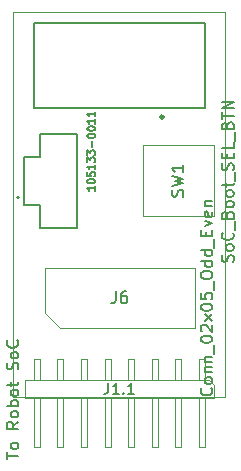
<source format=gbr>
%TF.GenerationSoftware,KiCad,Pcbnew,7.0.7*%
%TF.CreationDate,2023-09-15T20:16:18+02:00*%
%TF.ProjectId,DreameBreakout,44726561-6d65-4427-9265-616b6f75742e,rev?*%
%TF.SameCoordinates,Original*%
%TF.FileFunction,AssemblyDrawing,Top*%
%FSLAX45Y45*%
G04 Gerber Fmt 4.5, Leading zero omitted, Abs format (unit mm)*
G04 Created by KiCad (PCBNEW 7.0.7) date 2023-09-15 20:16:18*
%MOMM*%
%LPD*%
G01*
G04 APERTURE LIST*
%TA.AperFunction,Profile*%
%ADD10C,0.100000*%
%TD*%
%ADD11C,0.150000*%
%ADD12C,0.135000*%
%ADD13C,0.100000*%
%ADD14C,0.127000*%
%ADD15C,0.300000*%
%ADD16C,0.200000*%
G04 APERTURE END LIST*
D10*
X5000000Y-4065500D02*
X6800000Y-4065500D01*
X6800000Y-7332600D01*
X5000000Y-7332600D01*
X5000000Y-4065500D01*
D11*
X6682458Y-7253986D02*
X6687220Y-7258748D01*
X6687220Y-7258748D02*
X6691982Y-7273033D01*
X6691982Y-7273033D02*
X6691982Y-7282557D01*
X6691982Y-7282557D02*
X6687220Y-7296843D01*
X6687220Y-7296843D02*
X6677696Y-7306367D01*
X6677696Y-7306367D02*
X6668172Y-7311129D01*
X6668172Y-7311129D02*
X6649125Y-7315890D01*
X6649125Y-7315890D02*
X6634839Y-7315890D01*
X6634839Y-7315890D02*
X6615791Y-7311129D01*
X6615791Y-7311129D02*
X6606268Y-7306367D01*
X6606268Y-7306367D02*
X6596744Y-7296843D01*
X6596744Y-7296843D02*
X6591982Y-7282557D01*
X6591982Y-7282557D02*
X6591982Y-7273033D01*
X6591982Y-7273033D02*
X6596744Y-7258748D01*
X6596744Y-7258748D02*
X6601506Y-7253986D01*
X6691982Y-7196843D02*
X6687220Y-7206367D01*
X6687220Y-7206367D02*
X6682458Y-7211129D01*
X6682458Y-7211129D02*
X6672934Y-7215890D01*
X6672934Y-7215890D02*
X6644363Y-7215890D01*
X6644363Y-7215890D02*
X6634839Y-7211129D01*
X6634839Y-7211129D02*
X6630077Y-7206367D01*
X6630077Y-7206367D02*
X6625315Y-7196843D01*
X6625315Y-7196843D02*
X6625315Y-7182557D01*
X6625315Y-7182557D02*
X6630077Y-7173033D01*
X6630077Y-7173033D02*
X6634839Y-7168271D01*
X6634839Y-7168271D02*
X6644363Y-7163510D01*
X6644363Y-7163510D02*
X6672934Y-7163510D01*
X6672934Y-7163510D02*
X6682458Y-7168271D01*
X6682458Y-7168271D02*
X6687220Y-7173033D01*
X6687220Y-7173033D02*
X6691982Y-7182557D01*
X6691982Y-7182557D02*
X6691982Y-7196843D01*
X6625315Y-7120652D02*
X6691982Y-7120652D01*
X6634839Y-7120652D02*
X6630077Y-7115890D01*
X6630077Y-7115890D02*
X6625315Y-7106367D01*
X6625315Y-7106367D02*
X6625315Y-7092081D01*
X6625315Y-7092081D02*
X6630077Y-7082557D01*
X6630077Y-7082557D02*
X6639601Y-7077795D01*
X6639601Y-7077795D02*
X6691982Y-7077795D01*
X6625315Y-7030176D02*
X6691982Y-7030176D01*
X6634839Y-7030176D02*
X6630077Y-7025414D01*
X6630077Y-7025414D02*
X6625315Y-7015890D01*
X6625315Y-7015890D02*
X6625315Y-7001605D01*
X6625315Y-7001605D02*
X6630077Y-6992081D01*
X6630077Y-6992081D02*
X6639601Y-6987319D01*
X6639601Y-6987319D02*
X6691982Y-6987319D01*
X6701506Y-6963510D02*
X6701506Y-6887319D01*
X6591982Y-6844462D02*
X6591982Y-6834938D01*
X6591982Y-6834938D02*
X6596744Y-6825414D01*
X6596744Y-6825414D02*
X6601506Y-6820652D01*
X6601506Y-6820652D02*
X6611029Y-6815890D01*
X6611029Y-6815890D02*
X6630077Y-6811129D01*
X6630077Y-6811129D02*
X6653887Y-6811129D01*
X6653887Y-6811129D02*
X6672934Y-6815890D01*
X6672934Y-6815890D02*
X6682458Y-6820652D01*
X6682458Y-6820652D02*
X6687220Y-6825414D01*
X6687220Y-6825414D02*
X6691982Y-6834938D01*
X6691982Y-6834938D02*
X6691982Y-6844462D01*
X6691982Y-6844462D02*
X6687220Y-6853986D01*
X6687220Y-6853986D02*
X6682458Y-6858748D01*
X6682458Y-6858748D02*
X6672934Y-6863509D01*
X6672934Y-6863509D02*
X6653887Y-6868271D01*
X6653887Y-6868271D02*
X6630077Y-6868271D01*
X6630077Y-6868271D02*
X6611029Y-6863509D01*
X6611029Y-6863509D02*
X6601506Y-6858748D01*
X6601506Y-6858748D02*
X6596744Y-6853986D01*
X6596744Y-6853986D02*
X6591982Y-6844462D01*
X6601506Y-6773033D02*
X6596744Y-6768271D01*
X6596744Y-6768271D02*
X6591982Y-6758748D01*
X6591982Y-6758748D02*
X6591982Y-6734938D01*
X6591982Y-6734938D02*
X6596744Y-6725414D01*
X6596744Y-6725414D02*
X6601506Y-6720652D01*
X6601506Y-6720652D02*
X6611029Y-6715890D01*
X6611029Y-6715890D02*
X6620553Y-6715890D01*
X6620553Y-6715890D02*
X6634839Y-6720652D01*
X6634839Y-6720652D02*
X6691982Y-6777795D01*
X6691982Y-6777795D02*
X6691982Y-6715890D01*
X6691982Y-6682557D02*
X6625315Y-6630176D01*
X6625315Y-6682557D02*
X6691982Y-6630176D01*
X6591982Y-6573033D02*
X6591982Y-6563509D01*
X6591982Y-6563509D02*
X6596744Y-6553986D01*
X6596744Y-6553986D02*
X6601506Y-6549224D01*
X6601506Y-6549224D02*
X6611029Y-6544462D01*
X6611029Y-6544462D02*
X6630077Y-6539700D01*
X6630077Y-6539700D02*
X6653887Y-6539700D01*
X6653887Y-6539700D02*
X6672934Y-6544462D01*
X6672934Y-6544462D02*
X6682458Y-6549224D01*
X6682458Y-6549224D02*
X6687220Y-6553986D01*
X6687220Y-6553986D02*
X6691982Y-6563509D01*
X6691982Y-6563509D02*
X6691982Y-6573033D01*
X6691982Y-6573033D02*
X6687220Y-6582557D01*
X6687220Y-6582557D02*
X6682458Y-6587319D01*
X6682458Y-6587319D02*
X6672934Y-6592081D01*
X6672934Y-6592081D02*
X6653887Y-6596843D01*
X6653887Y-6596843D02*
X6630077Y-6596843D01*
X6630077Y-6596843D02*
X6611029Y-6592081D01*
X6611029Y-6592081D02*
X6601506Y-6587319D01*
X6601506Y-6587319D02*
X6596744Y-6582557D01*
X6596744Y-6582557D02*
X6591982Y-6573033D01*
X6591982Y-6449224D02*
X6591982Y-6496843D01*
X6591982Y-6496843D02*
X6639601Y-6501605D01*
X6639601Y-6501605D02*
X6634839Y-6496843D01*
X6634839Y-6496843D02*
X6630077Y-6487319D01*
X6630077Y-6487319D02*
X6630077Y-6463509D01*
X6630077Y-6463509D02*
X6634839Y-6453986D01*
X6634839Y-6453986D02*
X6639601Y-6449224D01*
X6639601Y-6449224D02*
X6649125Y-6444462D01*
X6649125Y-6444462D02*
X6672934Y-6444462D01*
X6672934Y-6444462D02*
X6682458Y-6449224D01*
X6682458Y-6449224D02*
X6687220Y-6453986D01*
X6687220Y-6453986D02*
X6691982Y-6463509D01*
X6691982Y-6463509D02*
X6691982Y-6487319D01*
X6691982Y-6487319D02*
X6687220Y-6496843D01*
X6687220Y-6496843D02*
X6682458Y-6501605D01*
X6701506Y-6425414D02*
X6701506Y-6349224D01*
X6591982Y-6306367D02*
X6591982Y-6287319D01*
X6591982Y-6287319D02*
X6596744Y-6277795D01*
X6596744Y-6277795D02*
X6606268Y-6268271D01*
X6606268Y-6268271D02*
X6625315Y-6263509D01*
X6625315Y-6263509D02*
X6658648Y-6263509D01*
X6658648Y-6263509D02*
X6677696Y-6268271D01*
X6677696Y-6268271D02*
X6687220Y-6277795D01*
X6687220Y-6277795D02*
X6691982Y-6287319D01*
X6691982Y-6287319D02*
X6691982Y-6306367D01*
X6691982Y-6306367D02*
X6687220Y-6315890D01*
X6687220Y-6315890D02*
X6677696Y-6325414D01*
X6677696Y-6325414D02*
X6658648Y-6330176D01*
X6658648Y-6330176D02*
X6625315Y-6330176D01*
X6625315Y-6330176D02*
X6606268Y-6325414D01*
X6606268Y-6325414D02*
X6596744Y-6315890D01*
X6596744Y-6315890D02*
X6591982Y-6306367D01*
X6691982Y-6177795D02*
X6591982Y-6177795D01*
X6687220Y-6177795D02*
X6691982Y-6187319D01*
X6691982Y-6187319D02*
X6691982Y-6206367D01*
X6691982Y-6206367D02*
X6687220Y-6215890D01*
X6687220Y-6215890D02*
X6682458Y-6220652D01*
X6682458Y-6220652D02*
X6672934Y-6225414D01*
X6672934Y-6225414D02*
X6644363Y-6225414D01*
X6644363Y-6225414D02*
X6634839Y-6220652D01*
X6634839Y-6220652D02*
X6630077Y-6215890D01*
X6630077Y-6215890D02*
X6625315Y-6206367D01*
X6625315Y-6206367D02*
X6625315Y-6187319D01*
X6625315Y-6187319D02*
X6630077Y-6177795D01*
X6691982Y-6087319D02*
X6591982Y-6087319D01*
X6687220Y-6087319D02*
X6691982Y-6096843D01*
X6691982Y-6096843D02*
X6691982Y-6115890D01*
X6691982Y-6115890D02*
X6687220Y-6125414D01*
X6687220Y-6125414D02*
X6682458Y-6130176D01*
X6682458Y-6130176D02*
X6672934Y-6134938D01*
X6672934Y-6134938D02*
X6644363Y-6134938D01*
X6644363Y-6134938D02*
X6634839Y-6130176D01*
X6634839Y-6130176D02*
X6630077Y-6125414D01*
X6630077Y-6125414D02*
X6625315Y-6115890D01*
X6625315Y-6115890D02*
X6625315Y-6096843D01*
X6625315Y-6096843D02*
X6630077Y-6087319D01*
X6701506Y-6063509D02*
X6701506Y-5987319D01*
X6639601Y-5963509D02*
X6639601Y-5930176D01*
X6691982Y-5915890D02*
X6691982Y-5963509D01*
X6691982Y-5963509D02*
X6591982Y-5963509D01*
X6591982Y-5963509D02*
X6591982Y-5915890D01*
X6625315Y-5882557D02*
X6691982Y-5858747D01*
X6691982Y-5858747D02*
X6625315Y-5834938D01*
X6687220Y-5758747D02*
X6691982Y-5768271D01*
X6691982Y-5768271D02*
X6691982Y-5787319D01*
X6691982Y-5787319D02*
X6687220Y-5796843D01*
X6687220Y-5796843D02*
X6677696Y-5801605D01*
X6677696Y-5801605D02*
X6639601Y-5801605D01*
X6639601Y-5801605D02*
X6630077Y-5796843D01*
X6630077Y-5796843D02*
X6625315Y-5787319D01*
X6625315Y-5787319D02*
X6625315Y-5768271D01*
X6625315Y-5768271D02*
X6630077Y-5758747D01*
X6630077Y-5758747D02*
X6639601Y-5753986D01*
X6639601Y-5753986D02*
X6649125Y-5753986D01*
X6649125Y-5753986D02*
X6658648Y-5801605D01*
X6625315Y-5711128D02*
X6691982Y-5711128D01*
X6634839Y-5711128D02*
X6630077Y-5706366D01*
X6630077Y-5706366D02*
X6625315Y-5696843D01*
X6625315Y-5696843D02*
X6625315Y-5682557D01*
X6625315Y-5682557D02*
X6630077Y-5673033D01*
X6630077Y-5673033D02*
X6639601Y-5668271D01*
X6639601Y-5668271D02*
X6691982Y-5668271D01*
X5872167Y-6435182D02*
X5872167Y-6506610D01*
X5872167Y-6506610D02*
X5867405Y-6520896D01*
X5867405Y-6520896D02*
X5857881Y-6530420D01*
X5857881Y-6530420D02*
X5843595Y-6535182D01*
X5843595Y-6535182D02*
X5834071Y-6535182D01*
X5962643Y-6435182D02*
X5943595Y-6435182D01*
X5943595Y-6435182D02*
X5934071Y-6439944D01*
X5934071Y-6439944D02*
X5929309Y-6444706D01*
X5929309Y-6444706D02*
X5919786Y-6458991D01*
X5919786Y-6458991D02*
X5915024Y-6478039D01*
X5915024Y-6478039D02*
X5915024Y-6516134D01*
X5915024Y-6516134D02*
X5919786Y-6525658D01*
X5919786Y-6525658D02*
X5924548Y-6530420D01*
X5924548Y-6530420D02*
X5934071Y-6535182D01*
X5934071Y-6535182D02*
X5953119Y-6535182D01*
X5953119Y-6535182D02*
X5962643Y-6530420D01*
X5962643Y-6530420D02*
X5967405Y-6525658D01*
X5967405Y-6525658D02*
X5972167Y-6516134D01*
X5972167Y-6516134D02*
X5972167Y-6492325D01*
X5972167Y-6492325D02*
X5967405Y-6482801D01*
X5967405Y-6482801D02*
X5962643Y-6478039D01*
X5962643Y-6478039D02*
X5953119Y-6473277D01*
X5953119Y-6473277D02*
X5934071Y-6473277D01*
X5934071Y-6473277D02*
X5924548Y-6478039D01*
X5924548Y-6478039D02*
X5919786Y-6482801D01*
X5919786Y-6482801D02*
X5915024Y-6492325D01*
X4949382Y-7852943D02*
X4949382Y-7795800D01*
X5049382Y-7824371D02*
X4949382Y-7824371D01*
X5049382Y-7748181D02*
X5044620Y-7757705D01*
X5044620Y-7757705D02*
X5039858Y-7762467D01*
X5039858Y-7762467D02*
X5030334Y-7767228D01*
X5030334Y-7767228D02*
X5001763Y-7767228D01*
X5001763Y-7767228D02*
X4992239Y-7762467D01*
X4992239Y-7762467D02*
X4987477Y-7757705D01*
X4987477Y-7757705D02*
X4982715Y-7748181D01*
X4982715Y-7748181D02*
X4982715Y-7733895D01*
X4982715Y-7733895D02*
X4987477Y-7724371D01*
X4987477Y-7724371D02*
X4992239Y-7719609D01*
X4992239Y-7719609D02*
X5001763Y-7714848D01*
X5001763Y-7714848D02*
X5030334Y-7714848D01*
X5030334Y-7714848D02*
X5039858Y-7719609D01*
X5039858Y-7719609D02*
X5044620Y-7724371D01*
X5044620Y-7724371D02*
X5049382Y-7733895D01*
X5049382Y-7733895D02*
X5049382Y-7748181D01*
X5049382Y-7538657D02*
X5001763Y-7571990D01*
X5049382Y-7595800D02*
X4949382Y-7595800D01*
X4949382Y-7595800D02*
X4949382Y-7557705D01*
X4949382Y-7557705D02*
X4954144Y-7548181D01*
X4954144Y-7548181D02*
X4958906Y-7543419D01*
X4958906Y-7543419D02*
X4968430Y-7538657D01*
X4968430Y-7538657D02*
X4982715Y-7538657D01*
X4982715Y-7538657D02*
X4992239Y-7543419D01*
X4992239Y-7543419D02*
X4997001Y-7548181D01*
X4997001Y-7548181D02*
X5001763Y-7557705D01*
X5001763Y-7557705D02*
X5001763Y-7595800D01*
X5049382Y-7481514D02*
X5044620Y-7491038D01*
X5044620Y-7491038D02*
X5039858Y-7495800D01*
X5039858Y-7495800D02*
X5030334Y-7500562D01*
X5030334Y-7500562D02*
X5001763Y-7500562D01*
X5001763Y-7500562D02*
X4992239Y-7495800D01*
X4992239Y-7495800D02*
X4987477Y-7491038D01*
X4987477Y-7491038D02*
X4982715Y-7481514D01*
X4982715Y-7481514D02*
X4982715Y-7467228D01*
X4982715Y-7467228D02*
X4987477Y-7457705D01*
X4987477Y-7457705D02*
X4992239Y-7452943D01*
X4992239Y-7452943D02*
X5001763Y-7448181D01*
X5001763Y-7448181D02*
X5030334Y-7448181D01*
X5030334Y-7448181D02*
X5039858Y-7452943D01*
X5039858Y-7452943D02*
X5044620Y-7457705D01*
X5044620Y-7457705D02*
X5049382Y-7467228D01*
X5049382Y-7467228D02*
X5049382Y-7481514D01*
X5049382Y-7405324D02*
X4949382Y-7405324D01*
X4987477Y-7405324D02*
X4982715Y-7395800D01*
X4982715Y-7395800D02*
X4982715Y-7376752D01*
X4982715Y-7376752D02*
X4987477Y-7367228D01*
X4987477Y-7367228D02*
X4992239Y-7362467D01*
X4992239Y-7362467D02*
X5001763Y-7357705D01*
X5001763Y-7357705D02*
X5030334Y-7357705D01*
X5030334Y-7357705D02*
X5039858Y-7362467D01*
X5039858Y-7362467D02*
X5044620Y-7367228D01*
X5044620Y-7367228D02*
X5049382Y-7376752D01*
X5049382Y-7376752D02*
X5049382Y-7395800D01*
X5049382Y-7395800D02*
X5044620Y-7405324D01*
X5049382Y-7300562D02*
X5044620Y-7310086D01*
X5044620Y-7310086D02*
X5039858Y-7314847D01*
X5039858Y-7314847D02*
X5030334Y-7319609D01*
X5030334Y-7319609D02*
X5001763Y-7319609D01*
X5001763Y-7319609D02*
X4992239Y-7314847D01*
X4992239Y-7314847D02*
X4987477Y-7310086D01*
X4987477Y-7310086D02*
X4982715Y-7300562D01*
X4982715Y-7300562D02*
X4982715Y-7286276D01*
X4982715Y-7286276D02*
X4987477Y-7276752D01*
X4987477Y-7276752D02*
X4992239Y-7271990D01*
X4992239Y-7271990D02*
X5001763Y-7267228D01*
X5001763Y-7267228D02*
X5030334Y-7267228D01*
X5030334Y-7267228D02*
X5039858Y-7271990D01*
X5039858Y-7271990D02*
X5044620Y-7276752D01*
X5044620Y-7276752D02*
X5049382Y-7286276D01*
X5049382Y-7286276D02*
X5049382Y-7300562D01*
X4982715Y-7238657D02*
X4982715Y-7200562D01*
X4949382Y-7224371D02*
X5035096Y-7224371D01*
X5035096Y-7224371D02*
X5044620Y-7219609D01*
X5044620Y-7219609D02*
X5049382Y-7210086D01*
X5049382Y-7210086D02*
X5049382Y-7200562D01*
X5044620Y-7095800D02*
X5049382Y-7081514D01*
X5049382Y-7081514D02*
X5049382Y-7057705D01*
X5049382Y-7057705D02*
X5044620Y-7048181D01*
X5044620Y-7048181D02*
X5039858Y-7043419D01*
X5039858Y-7043419D02*
X5030334Y-7038657D01*
X5030334Y-7038657D02*
X5020810Y-7038657D01*
X5020810Y-7038657D02*
X5011287Y-7043419D01*
X5011287Y-7043419D02*
X5006525Y-7048181D01*
X5006525Y-7048181D02*
X5001763Y-7057705D01*
X5001763Y-7057705D02*
X4997001Y-7076752D01*
X4997001Y-7076752D02*
X4992239Y-7086276D01*
X4992239Y-7086276D02*
X4987477Y-7091038D01*
X4987477Y-7091038D02*
X4977953Y-7095800D01*
X4977953Y-7095800D02*
X4968430Y-7095800D01*
X4968430Y-7095800D02*
X4958906Y-7091038D01*
X4958906Y-7091038D02*
X4954144Y-7086276D01*
X4954144Y-7086276D02*
X4949382Y-7076752D01*
X4949382Y-7076752D02*
X4949382Y-7052943D01*
X4949382Y-7052943D02*
X4954144Y-7038657D01*
X5049382Y-6981514D02*
X5044620Y-6991038D01*
X5044620Y-6991038D02*
X5039858Y-6995800D01*
X5039858Y-6995800D02*
X5030334Y-7000562D01*
X5030334Y-7000562D02*
X5001763Y-7000562D01*
X5001763Y-7000562D02*
X4992239Y-6995800D01*
X4992239Y-6995800D02*
X4987477Y-6991038D01*
X4987477Y-6991038D02*
X4982715Y-6981514D01*
X4982715Y-6981514D02*
X4982715Y-6967228D01*
X4982715Y-6967228D02*
X4987477Y-6957705D01*
X4987477Y-6957705D02*
X4992239Y-6952943D01*
X4992239Y-6952943D02*
X5001763Y-6948181D01*
X5001763Y-6948181D02*
X5030334Y-6948181D01*
X5030334Y-6948181D02*
X5039858Y-6952943D01*
X5039858Y-6952943D02*
X5044620Y-6957705D01*
X5044620Y-6957705D02*
X5049382Y-6967228D01*
X5049382Y-6967228D02*
X5049382Y-6981514D01*
X5039858Y-6848181D02*
X5044620Y-6852943D01*
X5044620Y-6852943D02*
X5049382Y-6867228D01*
X5049382Y-6867228D02*
X5049382Y-6876752D01*
X5049382Y-6876752D02*
X5044620Y-6891038D01*
X5044620Y-6891038D02*
X5035096Y-6900562D01*
X5035096Y-6900562D02*
X5025572Y-6905324D01*
X5025572Y-6905324D02*
X5006525Y-6910085D01*
X5006525Y-6910085D02*
X4992239Y-6910085D01*
X4992239Y-6910085D02*
X4973191Y-6905324D01*
X4973191Y-6905324D02*
X4963668Y-6900562D01*
X4963668Y-6900562D02*
X4954144Y-6891038D01*
X4954144Y-6891038D02*
X4949382Y-6876752D01*
X4949382Y-6876752D02*
X4949382Y-6867228D01*
X4949382Y-6867228D02*
X4954144Y-6852943D01*
X4954144Y-6852943D02*
X4958906Y-6848181D01*
D12*
X5809614Y-7211734D02*
X5809614Y-7276019D01*
X5809614Y-7276019D02*
X5805329Y-7288876D01*
X5805329Y-7288876D02*
X5796757Y-7297448D01*
X5796757Y-7297448D02*
X5783900Y-7301734D01*
X5783900Y-7301734D02*
X5775329Y-7301734D01*
X5899614Y-7301734D02*
X5848186Y-7301734D01*
X5873900Y-7301734D02*
X5873900Y-7211734D01*
X5873900Y-7211734D02*
X5865329Y-7224591D01*
X5865329Y-7224591D02*
X5856757Y-7233162D01*
X5856757Y-7233162D02*
X5848186Y-7237448D01*
X5938186Y-7293162D02*
X5942471Y-7297448D01*
X5942471Y-7297448D02*
X5938186Y-7301734D01*
X5938186Y-7301734D02*
X5933900Y-7297448D01*
X5933900Y-7297448D02*
X5938186Y-7293162D01*
X5938186Y-7293162D02*
X5938186Y-7301734D01*
X6028186Y-7301734D02*
X5976757Y-7301734D01*
X6002471Y-7301734D02*
X6002471Y-7211734D01*
X6002471Y-7211734D02*
X5993900Y-7224591D01*
X5993900Y-7224591D02*
X5985328Y-7233162D01*
X5985328Y-7233162D02*
X5976757Y-7237448D01*
D11*
X5696598Y-5544301D02*
X5696598Y-5580894D01*
X5696598Y-5562598D02*
X5632560Y-5562598D01*
X5632560Y-5562598D02*
X5641708Y-5568696D01*
X5641708Y-5568696D02*
X5647807Y-5574795D01*
X5647807Y-5574795D02*
X5650857Y-5580894D01*
X5632560Y-5504658D02*
X5632560Y-5498559D01*
X5632560Y-5498559D02*
X5635609Y-5492461D01*
X5635609Y-5492461D02*
X5638659Y-5489411D01*
X5638659Y-5489411D02*
X5644758Y-5486362D01*
X5644758Y-5486362D02*
X5656955Y-5483312D01*
X5656955Y-5483312D02*
X5672203Y-5483312D01*
X5672203Y-5483312D02*
X5684400Y-5486362D01*
X5684400Y-5486362D02*
X5690499Y-5489411D01*
X5690499Y-5489411D02*
X5693549Y-5492461D01*
X5693549Y-5492461D02*
X5696598Y-5498559D01*
X5696598Y-5498559D02*
X5696598Y-5504658D01*
X5696598Y-5504658D02*
X5693549Y-5510757D01*
X5693549Y-5510757D02*
X5690499Y-5513807D01*
X5690499Y-5513807D02*
X5684400Y-5516856D01*
X5684400Y-5516856D02*
X5672203Y-5519905D01*
X5672203Y-5519905D02*
X5656955Y-5519905D01*
X5656955Y-5519905D02*
X5644758Y-5516856D01*
X5644758Y-5516856D02*
X5638659Y-5513807D01*
X5638659Y-5513807D02*
X5635609Y-5510757D01*
X5635609Y-5510757D02*
X5632560Y-5504658D01*
X5632560Y-5425373D02*
X5632560Y-5455867D01*
X5632560Y-5455867D02*
X5663054Y-5458917D01*
X5663054Y-5458917D02*
X5660005Y-5455867D01*
X5660005Y-5455867D02*
X5656955Y-5449769D01*
X5656955Y-5449769D02*
X5656955Y-5434521D01*
X5656955Y-5434521D02*
X5660005Y-5428423D01*
X5660005Y-5428423D02*
X5663054Y-5425373D01*
X5663054Y-5425373D02*
X5669153Y-5422324D01*
X5669153Y-5422324D02*
X5684400Y-5422324D01*
X5684400Y-5422324D02*
X5690499Y-5425373D01*
X5690499Y-5425373D02*
X5693549Y-5428423D01*
X5693549Y-5428423D02*
X5696598Y-5434521D01*
X5696598Y-5434521D02*
X5696598Y-5449769D01*
X5696598Y-5449769D02*
X5693549Y-5455867D01*
X5693549Y-5455867D02*
X5690499Y-5458917D01*
X5696598Y-5361335D02*
X5696598Y-5397928D01*
X5696598Y-5379632D02*
X5632560Y-5379632D01*
X5632560Y-5379632D02*
X5641708Y-5385731D01*
X5641708Y-5385731D02*
X5647807Y-5391829D01*
X5647807Y-5391829D02*
X5650857Y-5397928D01*
X5632560Y-5339989D02*
X5632560Y-5300347D01*
X5632560Y-5300347D02*
X5656955Y-5321693D01*
X5656955Y-5321693D02*
X5656955Y-5312544D01*
X5656955Y-5312544D02*
X5660005Y-5306445D01*
X5660005Y-5306445D02*
X5663054Y-5303396D01*
X5663054Y-5303396D02*
X5669153Y-5300347D01*
X5669153Y-5300347D02*
X5684400Y-5300347D01*
X5684400Y-5300347D02*
X5690499Y-5303396D01*
X5690499Y-5303396D02*
X5693549Y-5306445D01*
X5693549Y-5306445D02*
X5696598Y-5312544D01*
X5696598Y-5312544D02*
X5696598Y-5330841D01*
X5696598Y-5330841D02*
X5693549Y-5336940D01*
X5693549Y-5336940D02*
X5690499Y-5339989D01*
X5632560Y-5279001D02*
X5632560Y-5239358D01*
X5632560Y-5239358D02*
X5656955Y-5260704D01*
X5656955Y-5260704D02*
X5656955Y-5251556D01*
X5656955Y-5251556D02*
X5660005Y-5245457D01*
X5660005Y-5245457D02*
X5663054Y-5242407D01*
X5663054Y-5242407D02*
X5669153Y-5239358D01*
X5669153Y-5239358D02*
X5684400Y-5239358D01*
X5684400Y-5239358D02*
X5690499Y-5242407D01*
X5690499Y-5242407D02*
X5693549Y-5245457D01*
X5693549Y-5245457D02*
X5696598Y-5251556D01*
X5696598Y-5251556D02*
X5696598Y-5269852D01*
X5696598Y-5269852D02*
X5693549Y-5275951D01*
X5693549Y-5275951D02*
X5690499Y-5279001D01*
X5672203Y-5211913D02*
X5672203Y-5163122D01*
X5632560Y-5120430D02*
X5632560Y-5114331D01*
X5632560Y-5114331D02*
X5635609Y-5108233D01*
X5635609Y-5108233D02*
X5638659Y-5105183D01*
X5638659Y-5105183D02*
X5644758Y-5102134D01*
X5644758Y-5102134D02*
X5656955Y-5099084D01*
X5656955Y-5099084D02*
X5672203Y-5099084D01*
X5672203Y-5099084D02*
X5684400Y-5102134D01*
X5684400Y-5102134D02*
X5690499Y-5105183D01*
X5690499Y-5105183D02*
X5693549Y-5108233D01*
X5693549Y-5108233D02*
X5696598Y-5114331D01*
X5696598Y-5114331D02*
X5696598Y-5120430D01*
X5696598Y-5120430D02*
X5693549Y-5126529D01*
X5693549Y-5126529D02*
X5690499Y-5129579D01*
X5690499Y-5129579D02*
X5684400Y-5132628D01*
X5684400Y-5132628D02*
X5672203Y-5135677D01*
X5672203Y-5135677D02*
X5656955Y-5135677D01*
X5656955Y-5135677D02*
X5644758Y-5132628D01*
X5644758Y-5132628D02*
X5638659Y-5129579D01*
X5638659Y-5129579D02*
X5635609Y-5126529D01*
X5635609Y-5126529D02*
X5632560Y-5120430D01*
X5632560Y-5059442D02*
X5632560Y-5053343D01*
X5632560Y-5053343D02*
X5635609Y-5047244D01*
X5635609Y-5047244D02*
X5638659Y-5044195D01*
X5638659Y-5044195D02*
X5644758Y-5041145D01*
X5644758Y-5041145D02*
X5656955Y-5038096D01*
X5656955Y-5038096D02*
X5672203Y-5038096D01*
X5672203Y-5038096D02*
X5684400Y-5041145D01*
X5684400Y-5041145D02*
X5690499Y-5044195D01*
X5690499Y-5044195D02*
X5693549Y-5047244D01*
X5693549Y-5047244D02*
X5696598Y-5053343D01*
X5696598Y-5053343D02*
X5696598Y-5059442D01*
X5696598Y-5059442D02*
X5693549Y-5065541D01*
X5693549Y-5065541D02*
X5690499Y-5068590D01*
X5690499Y-5068590D02*
X5684400Y-5071639D01*
X5684400Y-5071639D02*
X5672203Y-5074689D01*
X5672203Y-5074689D02*
X5656955Y-5074689D01*
X5656955Y-5074689D02*
X5644758Y-5071639D01*
X5644758Y-5071639D02*
X5638659Y-5068590D01*
X5638659Y-5068590D02*
X5635609Y-5065541D01*
X5635609Y-5065541D02*
X5632560Y-5059442D01*
X5696598Y-4977107D02*
X5696598Y-5013700D01*
X5696598Y-4995404D02*
X5632560Y-4995404D01*
X5632560Y-4995404D02*
X5641708Y-5001502D01*
X5641708Y-5001502D02*
X5647807Y-5007601D01*
X5647807Y-5007601D02*
X5650857Y-5013700D01*
X5696598Y-4916118D02*
X5696598Y-4952712D01*
X5696598Y-4934415D02*
X5632560Y-4934415D01*
X5632560Y-4934415D02*
X5641708Y-4940514D01*
X5641708Y-4940514D02*
X5647807Y-4946613D01*
X5647807Y-4946613D02*
X5650857Y-4952712D01*
X6866520Y-6185052D02*
X6871282Y-6170767D01*
X6871282Y-6170767D02*
X6871282Y-6146957D01*
X6871282Y-6146957D02*
X6866520Y-6137433D01*
X6866520Y-6137433D02*
X6861758Y-6132671D01*
X6861758Y-6132671D02*
X6852234Y-6127910D01*
X6852234Y-6127910D02*
X6842710Y-6127910D01*
X6842710Y-6127910D02*
X6833187Y-6132671D01*
X6833187Y-6132671D02*
X6828425Y-6137433D01*
X6828425Y-6137433D02*
X6823663Y-6146957D01*
X6823663Y-6146957D02*
X6818901Y-6166005D01*
X6818901Y-6166005D02*
X6814139Y-6175529D01*
X6814139Y-6175529D02*
X6809377Y-6180290D01*
X6809377Y-6180290D02*
X6799853Y-6185052D01*
X6799853Y-6185052D02*
X6790329Y-6185052D01*
X6790329Y-6185052D02*
X6780806Y-6180290D01*
X6780806Y-6180290D02*
X6776044Y-6175529D01*
X6776044Y-6175529D02*
X6771282Y-6166005D01*
X6771282Y-6166005D02*
X6771282Y-6142195D01*
X6771282Y-6142195D02*
X6776044Y-6127910D01*
X6871282Y-6070767D02*
X6866520Y-6080290D01*
X6866520Y-6080290D02*
X6861758Y-6085052D01*
X6861758Y-6085052D02*
X6852234Y-6089814D01*
X6852234Y-6089814D02*
X6823663Y-6089814D01*
X6823663Y-6089814D02*
X6814139Y-6085052D01*
X6814139Y-6085052D02*
X6809377Y-6080290D01*
X6809377Y-6080290D02*
X6804615Y-6070767D01*
X6804615Y-6070767D02*
X6804615Y-6056481D01*
X6804615Y-6056481D02*
X6809377Y-6046957D01*
X6809377Y-6046957D02*
X6814139Y-6042195D01*
X6814139Y-6042195D02*
X6823663Y-6037433D01*
X6823663Y-6037433D02*
X6852234Y-6037433D01*
X6852234Y-6037433D02*
X6861758Y-6042195D01*
X6861758Y-6042195D02*
X6866520Y-6046957D01*
X6866520Y-6046957D02*
X6871282Y-6056481D01*
X6871282Y-6056481D02*
X6871282Y-6070767D01*
X6861758Y-5937433D02*
X6866520Y-5942195D01*
X6866520Y-5942195D02*
X6871282Y-5956481D01*
X6871282Y-5956481D02*
X6871282Y-5966005D01*
X6871282Y-5966005D02*
X6866520Y-5980290D01*
X6866520Y-5980290D02*
X6856996Y-5989814D01*
X6856996Y-5989814D02*
X6847472Y-5994576D01*
X6847472Y-5994576D02*
X6828425Y-5999338D01*
X6828425Y-5999338D02*
X6814139Y-5999338D01*
X6814139Y-5999338D02*
X6795091Y-5994576D01*
X6795091Y-5994576D02*
X6785568Y-5989814D01*
X6785568Y-5989814D02*
X6776044Y-5980290D01*
X6776044Y-5980290D02*
X6771282Y-5966005D01*
X6771282Y-5966005D02*
X6771282Y-5956481D01*
X6771282Y-5956481D02*
X6776044Y-5942195D01*
X6776044Y-5942195D02*
X6780806Y-5937433D01*
X6880806Y-5918386D02*
X6880806Y-5842195D01*
X6818901Y-5785052D02*
X6823663Y-5770767D01*
X6823663Y-5770767D02*
X6828425Y-5766005D01*
X6828425Y-5766005D02*
X6837948Y-5761243D01*
X6837948Y-5761243D02*
X6852234Y-5761243D01*
X6852234Y-5761243D02*
X6861758Y-5766005D01*
X6861758Y-5766005D02*
X6866520Y-5770767D01*
X6866520Y-5770767D02*
X6871282Y-5780290D01*
X6871282Y-5780290D02*
X6871282Y-5818386D01*
X6871282Y-5818386D02*
X6771282Y-5818386D01*
X6771282Y-5818386D02*
X6771282Y-5785052D01*
X6771282Y-5785052D02*
X6776044Y-5775529D01*
X6776044Y-5775529D02*
X6780806Y-5770767D01*
X6780806Y-5770767D02*
X6790329Y-5766005D01*
X6790329Y-5766005D02*
X6799853Y-5766005D01*
X6799853Y-5766005D02*
X6809377Y-5770767D01*
X6809377Y-5770767D02*
X6814139Y-5775529D01*
X6814139Y-5775529D02*
X6818901Y-5785052D01*
X6818901Y-5785052D02*
X6818901Y-5818386D01*
X6871282Y-5704100D02*
X6866520Y-5713624D01*
X6866520Y-5713624D02*
X6861758Y-5718386D01*
X6861758Y-5718386D02*
X6852234Y-5723148D01*
X6852234Y-5723148D02*
X6823663Y-5723148D01*
X6823663Y-5723148D02*
X6814139Y-5718386D01*
X6814139Y-5718386D02*
X6809377Y-5713624D01*
X6809377Y-5713624D02*
X6804615Y-5704100D01*
X6804615Y-5704100D02*
X6804615Y-5689814D01*
X6804615Y-5689814D02*
X6809377Y-5680290D01*
X6809377Y-5680290D02*
X6814139Y-5675529D01*
X6814139Y-5675529D02*
X6823663Y-5670767D01*
X6823663Y-5670767D02*
X6852234Y-5670767D01*
X6852234Y-5670767D02*
X6861758Y-5675529D01*
X6861758Y-5675529D02*
X6866520Y-5680290D01*
X6866520Y-5680290D02*
X6871282Y-5689814D01*
X6871282Y-5689814D02*
X6871282Y-5704100D01*
X6871282Y-5613624D02*
X6866520Y-5623148D01*
X6866520Y-5623148D02*
X6861758Y-5627909D01*
X6861758Y-5627909D02*
X6852234Y-5632671D01*
X6852234Y-5632671D02*
X6823663Y-5632671D01*
X6823663Y-5632671D02*
X6814139Y-5627909D01*
X6814139Y-5627909D02*
X6809377Y-5623148D01*
X6809377Y-5623148D02*
X6804615Y-5613624D01*
X6804615Y-5613624D02*
X6804615Y-5599338D01*
X6804615Y-5599338D02*
X6809377Y-5589814D01*
X6809377Y-5589814D02*
X6814139Y-5585052D01*
X6814139Y-5585052D02*
X6823663Y-5580291D01*
X6823663Y-5580291D02*
X6852234Y-5580291D01*
X6852234Y-5580291D02*
X6861758Y-5585052D01*
X6861758Y-5585052D02*
X6866520Y-5589814D01*
X6866520Y-5589814D02*
X6871282Y-5599338D01*
X6871282Y-5599338D02*
X6871282Y-5613624D01*
X6804615Y-5551719D02*
X6804615Y-5513624D01*
X6771282Y-5537433D02*
X6856996Y-5537433D01*
X6856996Y-5537433D02*
X6866520Y-5532671D01*
X6866520Y-5532671D02*
X6871282Y-5523148D01*
X6871282Y-5523148D02*
X6871282Y-5513624D01*
X6880806Y-5504100D02*
X6880806Y-5427910D01*
X6866520Y-5408862D02*
X6871282Y-5394576D01*
X6871282Y-5394576D02*
X6871282Y-5370767D01*
X6871282Y-5370767D02*
X6866520Y-5361243D01*
X6866520Y-5361243D02*
X6861758Y-5356481D01*
X6861758Y-5356481D02*
X6852234Y-5351719D01*
X6852234Y-5351719D02*
X6842710Y-5351719D01*
X6842710Y-5351719D02*
X6833187Y-5356481D01*
X6833187Y-5356481D02*
X6828425Y-5361243D01*
X6828425Y-5361243D02*
X6823663Y-5370767D01*
X6823663Y-5370767D02*
X6818901Y-5389814D01*
X6818901Y-5389814D02*
X6814139Y-5399338D01*
X6814139Y-5399338D02*
X6809377Y-5404100D01*
X6809377Y-5404100D02*
X6799853Y-5408862D01*
X6799853Y-5408862D02*
X6790329Y-5408862D01*
X6790329Y-5408862D02*
X6780806Y-5404100D01*
X6780806Y-5404100D02*
X6776044Y-5399338D01*
X6776044Y-5399338D02*
X6771282Y-5389814D01*
X6771282Y-5389814D02*
X6771282Y-5366005D01*
X6771282Y-5366005D02*
X6776044Y-5351719D01*
X6818901Y-5308862D02*
X6818901Y-5275529D01*
X6871282Y-5261243D02*
X6871282Y-5308862D01*
X6871282Y-5308862D02*
X6771282Y-5308862D01*
X6771282Y-5308862D02*
X6771282Y-5261243D01*
X6871282Y-5170767D02*
X6871282Y-5218386D01*
X6871282Y-5218386D02*
X6771282Y-5218386D01*
X6880806Y-5161243D02*
X6880806Y-5085052D01*
X6818901Y-5027909D02*
X6823663Y-5013624D01*
X6823663Y-5013624D02*
X6828425Y-5008862D01*
X6828425Y-5008862D02*
X6837948Y-5004100D01*
X6837948Y-5004100D02*
X6852234Y-5004100D01*
X6852234Y-5004100D02*
X6861758Y-5008862D01*
X6861758Y-5008862D02*
X6866520Y-5013624D01*
X6866520Y-5013624D02*
X6871282Y-5023148D01*
X6871282Y-5023148D02*
X6871282Y-5061243D01*
X6871282Y-5061243D02*
X6771282Y-5061243D01*
X6771282Y-5061243D02*
X6771282Y-5027909D01*
X6771282Y-5027909D02*
X6776044Y-5018386D01*
X6776044Y-5018386D02*
X6780806Y-5013624D01*
X6780806Y-5013624D02*
X6790329Y-5008862D01*
X6790329Y-5008862D02*
X6799853Y-5008862D01*
X6799853Y-5008862D02*
X6809377Y-5013624D01*
X6809377Y-5013624D02*
X6814139Y-5018386D01*
X6814139Y-5018386D02*
X6818901Y-5027909D01*
X6818901Y-5027909D02*
X6818901Y-5061243D01*
X6771282Y-4975528D02*
X6771282Y-4918386D01*
X6871282Y-4946957D02*
X6771282Y-4946957D01*
X6871282Y-4885052D02*
X6771282Y-4885052D01*
X6771282Y-4885052D02*
X6871282Y-4827909D01*
X6871282Y-4827909D02*
X6771282Y-4827909D01*
X6441520Y-5632433D02*
X6446282Y-5618147D01*
X6446282Y-5618147D02*
X6446282Y-5594338D01*
X6446282Y-5594338D02*
X6441520Y-5584814D01*
X6441520Y-5584814D02*
X6436758Y-5580052D01*
X6436758Y-5580052D02*
X6427234Y-5575290D01*
X6427234Y-5575290D02*
X6417710Y-5575290D01*
X6417710Y-5575290D02*
X6408187Y-5580052D01*
X6408187Y-5580052D02*
X6403425Y-5584814D01*
X6403425Y-5584814D02*
X6398663Y-5594338D01*
X6398663Y-5594338D02*
X6393901Y-5613386D01*
X6393901Y-5613386D02*
X6389139Y-5622909D01*
X6389139Y-5622909D02*
X6384377Y-5627671D01*
X6384377Y-5627671D02*
X6374853Y-5632433D01*
X6374853Y-5632433D02*
X6365329Y-5632433D01*
X6365329Y-5632433D02*
X6355806Y-5627671D01*
X6355806Y-5627671D02*
X6351044Y-5622909D01*
X6351044Y-5622909D02*
X6346282Y-5613386D01*
X6346282Y-5613386D02*
X6346282Y-5589576D01*
X6346282Y-5589576D02*
X6351044Y-5575290D01*
X6346282Y-5541957D02*
X6446282Y-5518148D01*
X6446282Y-5518148D02*
X6374853Y-5499100D01*
X6374853Y-5499100D02*
X6446282Y-5480052D01*
X6446282Y-5480052D02*
X6346282Y-5456243D01*
X6446282Y-5365767D02*
X6446282Y-5422909D01*
X6446282Y-5394338D02*
X6346282Y-5394338D01*
X6346282Y-5394338D02*
X6360568Y-5403862D01*
X6360568Y-5403862D02*
X6370091Y-5413386D01*
X6370091Y-5413386D02*
X6374853Y-5422909D01*
D13*
X5397500Y-6743700D02*
X5270500Y-6616700D01*
X6540500Y-6743700D02*
X5397500Y-6743700D01*
X5270500Y-6616700D02*
X5270500Y-6235700D01*
X5270500Y-6235700D02*
X6540500Y-6235700D01*
X6540500Y-6235700D02*
X6540500Y-6743700D01*
D14*
X6630500Y-4881900D02*
X5180500Y-4881900D01*
X6630500Y-4161900D02*
X6630500Y-4881900D01*
X5180500Y-4881900D02*
X5180500Y-4161900D01*
X5180500Y-4161900D02*
X6630500Y-4161900D01*
D15*
X6275500Y-4956900D02*
G75*
G03*
X6275500Y-4956900I-10000J0D01*
G01*
D13*
X6628900Y-7010800D02*
X6578900Y-7010800D01*
X6628900Y-7010800D02*
X6628900Y-7185800D01*
X6578900Y-7010800D02*
X6578900Y-7185800D01*
X6428900Y-7010800D02*
X6378900Y-7010800D01*
X6428900Y-7010800D02*
X6428900Y-7185800D01*
X6378900Y-7010800D02*
X6378900Y-7185800D01*
X6228900Y-7010800D02*
X6178900Y-7010800D01*
X6228900Y-7010800D02*
X6228900Y-7185800D01*
X6178900Y-7010800D02*
X6178900Y-7185800D01*
X6028900Y-7010800D02*
X5978900Y-7010800D01*
X6028900Y-7010800D02*
X6028900Y-7185800D01*
X5978900Y-7010800D02*
X5978900Y-7185800D01*
X5828900Y-7010800D02*
X5778900Y-7010800D01*
X5828900Y-7010800D02*
X5828900Y-7185800D01*
X5778900Y-7010800D02*
X5778900Y-7185800D01*
X5628900Y-7010800D02*
X5578900Y-7010800D01*
X5628900Y-7010800D02*
X5628900Y-7185800D01*
X5578900Y-7010800D02*
X5578900Y-7185800D01*
X5428900Y-7010800D02*
X5378900Y-7010800D01*
X5428900Y-7010800D02*
X5428900Y-7185800D01*
X5378900Y-7010800D02*
X5378900Y-7185800D01*
X5228900Y-7010800D02*
X5178900Y-7010800D01*
X5228900Y-7010800D02*
X5228900Y-7185800D01*
X5178900Y-7010800D02*
X5178900Y-7185800D01*
X6666400Y-7185800D02*
X6703900Y-7223300D01*
X5103900Y-7185800D02*
X6666400Y-7185800D01*
X6703900Y-7223300D02*
X6703900Y-7335800D01*
X6703900Y-7335800D02*
X5103900Y-7335800D01*
X6628900Y-7335800D02*
X6628900Y-7755800D01*
X6578900Y-7335800D02*
X6578900Y-7755800D01*
X6428900Y-7335800D02*
X6428900Y-7755800D01*
X6378900Y-7335800D02*
X6378900Y-7755800D01*
X6228900Y-7335800D02*
X6228900Y-7755800D01*
X6178900Y-7335800D02*
X6178900Y-7755800D01*
X6028900Y-7335800D02*
X6028900Y-7755800D01*
X5978900Y-7335800D02*
X5978900Y-7755800D01*
X5828900Y-7335800D02*
X5828900Y-7755800D01*
X5778900Y-7335800D02*
X5778900Y-7755800D01*
X5628900Y-7335800D02*
X5628900Y-7755800D01*
X5578900Y-7335800D02*
X5578900Y-7755800D01*
X5428900Y-7335800D02*
X5428900Y-7755800D01*
X5378900Y-7335800D02*
X5378900Y-7755800D01*
X5228900Y-7335800D02*
X5228900Y-7755800D01*
X5178900Y-7335800D02*
X5178900Y-7755800D01*
X5103900Y-7335800D02*
X5103900Y-7185800D01*
X6628900Y-7755800D02*
X6578900Y-7755800D01*
X6428900Y-7755800D02*
X6378900Y-7755800D01*
X6228900Y-7755800D02*
X6178900Y-7755800D01*
X6028900Y-7755800D02*
X5978900Y-7755800D01*
X5828900Y-7755800D02*
X5778900Y-7755800D01*
X5628900Y-7755800D02*
X5578900Y-7755800D01*
X5428900Y-7755800D02*
X5378900Y-7755800D01*
X5228900Y-7755800D02*
X5178900Y-7755800D01*
D14*
X5234700Y-5899100D02*
X5234700Y-5701600D01*
X5544700Y-5899100D02*
X5234700Y-5899100D01*
X5234700Y-5701600D02*
X5099700Y-5701600D01*
X5099700Y-5296600D02*
X5099700Y-5701600D01*
X5234700Y-5296600D02*
X5099700Y-5296600D01*
X5234700Y-5099100D02*
X5234700Y-5296600D01*
X5544700Y-5099100D02*
X5544700Y-5899100D01*
X5544700Y-5099100D02*
X5234700Y-5099100D01*
D16*
X5056000Y-5639400D02*
G75*
G03*
X5056000Y-5639400I-10000J0D01*
G01*
D13*
X6100800Y-5799100D02*
X6700800Y-5799100D01*
X6100800Y-5799100D02*
X6100800Y-5199100D01*
X6700800Y-5799100D02*
X6700800Y-5199100D01*
X6100800Y-5199100D02*
X6700800Y-5199100D01*
M02*

</source>
